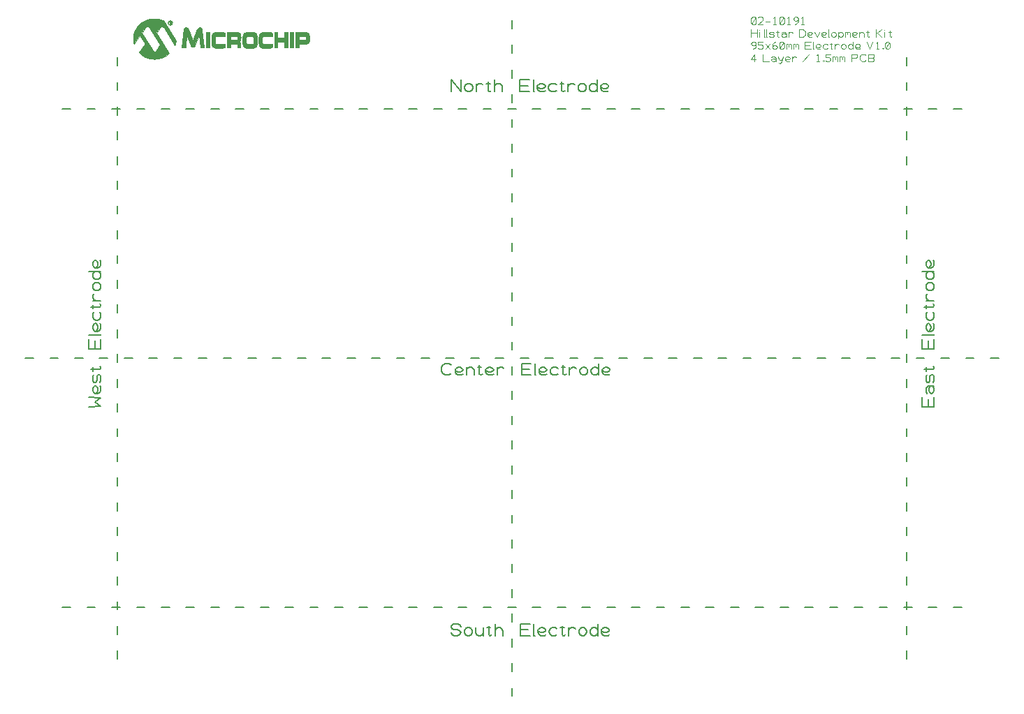
<source format=gbr>
G04 GENERATED BY PULSONIX 7.0 GERBER.DLL 4573*
%INHILLSTAR_95X60_4LAYER_EL_V1_0_2*%
%LNGERBER_SILKSCREEN_TOP*%
%FSLAX33Y33*%
%IPPOS*%
%LPD*%
%OFA0B0*%
%MOMM*%
%ADD15C,0.125*%
%ADD17C,0.200*%
%ADD1845C,0.010*%
X0Y0D02*
D02*
D15*
X159364Y169625D02*
X159511Y169552D01*
X159658*
X159805Y169625*
X159879Y169772*
Y170214*
X159805Y170361*
X159658Y170434*
X159511*
X159364Y170361*
X159291Y170214*
Y169772*
X159364Y169625*
X159805Y170361*
X160729Y169552D02*
X160141Y169552D01*
X160655Y170067*
X160729Y170214*
X160655Y170361*
X160508Y170434*
X160288*
X160141Y170361*
X160991Y169846D02*
X161579Y169846D01*
X161988Y169552D02*
X162282Y169552D01*
X162135D02*
X162135Y170434D01*
X161988Y170287*
X162764Y169625D02*
X162911Y169552D01*
X163058*
X163205Y169625*
X163279Y169772*
Y170214*
X163205Y170361*
X163058Y170434*
X162911*
X162764Y170361*
X162691Y170214*
Y169772*
X162764Y169625*
X163205Y170361*
X163688Y169552D02*
X163982Y169552D01*
X163835D02*
X163835Y170434D01*
X163688Y170287*
X164611Y169552D02*
X164758Y169625D01*
X164905Y169772*
X164979Y169993*
Y170214*
X164905Y170361*
X164758Y170434*
X164611*
X164464Y170361*
X164391Y170214*
X164464Y170067*
X164611Y169993*
X164758*
X164905Y170067*
X164979Y170214*
X165388Y169552D02*
X165682Y169552D01*
X165535D02*
X165535Y170434D01*
X165388Y170287*
X159291Y168052D02*
X159291Y168934D01*
Y168493D02*
X160026Y168493D01*
Y168052D02*
X160026Y168934D01*
X160303Y168052D02*
X160303Y168640D01*
Y168861D02*
X160304Y168862D01*
X160914Y168052D02*
X160841Y168052D01*
Y168934*
X161227Y168052D02*
X161153Y168052D01*
Y168934*
X161466Y168125D02*
X161613Y168052D01*
X161907*
X162054Y168125*
Y168272*
X161907Y168346*
X161613*
X161466Y168419*
Y168567*
X161613Y168640*
X161907*
X162054Y168567*
X162316Y168640D02*
X162610Y168640D01*
X162463Y168787D02*
X162463Y168125D01*
X162536Y168052*
X162610*
X162683Y168125*
X162941Y168567D02*
X163088Y168640D01*
X163308*
X163455Y168567*
X163529Y168419*
Y168199*
X163455Y168125*
X163308Y168052*
X163161*
X163014Y168125*
X162941Y168199*
Y168272*
X163014Y168346*
X163161Y168419*
X163308*
X163455Y168346*
X163529Y168272*
Y168199D02*
X163529Y168052D01*
X163791D02*
X163791Y168640D01*
Y168419D02*
X163864Y168567D01*
X164011Y168640*
X164158*
X164305Y168567*
X165103Y168052D02*
X165103Y168934D01*
X165544*
X165691Y168861*
X165765Y168787*
X165838Y168640*
Y168346*
X165765Y168199*
X165691Y168125*
X165544Y168052*
X165103*
X166704Y168125D02*
X166630Y168052D01*
X166483*
X166336*
X166189Y168125*
X166116Y168272*
Y168493*
X166189Y168567*
X166336Y168640*
X166483*
X166630Y168567*
X166704Y168493*
Y168419*
X166630Y168346*
X166483Y168272*
X166336*
X166189Y168346*
X166116Y168419*
X166966Y168640D02*
X167260Y168052D01*
X167554Y168640*
X168404Y168125D02*
X168330Y168052D01*
X168183*
X168036*
X167889Y168125*
X167816Y168272*
Y168493*
X167889Y168567*
X168036Y168640*
X168183*
X168330Y168567*
X168404Y168493*
Y168419*
X168330Y168346*
X168183Y168272*
X168036*
X167889Y168346*
X167816Y168419*
X168739Y168052D02*
X168666Y168052D01*
Y168934*
X168978Y168272D02*
X169052Y168125D01*
X169199Y168052*
X169346*
X169493Y168125*
X169566Y168272*
Y168419*
X169493Y168567*
X169346Y168640*
X169199*
X169052Y168567*
X168978Y168419*
Y168272*
X169828Y168640D02*
X169828Y167831D01*
Y168272D02*
X169902Y168125D01*
X170049Y168052*
X170196*
X170343Y168125*
X170416Y168272*
Y168419*
X170343Y168567*
X170196Y168640*
X170049*
X169902Y168567*
X169828Y168419*
Y168272*
X170678Y168052D02*
X170678Y168640D01*
Y168567D02*
X170752Y168640D01*
X170899*
X170972Y168567*
Y168346*
Y168567D02*
X171046Y168640D01*
X171193*
X171266Y168567*
Y168052*
X172116Y168125D02*
X172043Y168052D01*
X171896*
X171749*
X171602Y168125*
X171528Y168272*
Y168493*
X171602Y168567*
X171749Y168640*
X171896*
X172043Y168567*
X172116Y168493*
Y168419*
X172043Y168346*
X171896Y168272*
X171749*
X171602Y168346*
X171528Y168419*
X172378Y168052D02*
X172378Y168640D01*
Y168419D02*
X172452Y168567D01*
X172599Y168640*
X172746*
X172893Y168567*
X172966Y168419*
Y168052*
X173228Y168640D02*
X173522Y168640D01*
X173375Y168787D02*
X173375Y168125D01*
X173449Y168052*
X173522*
X173596Y168125*
X174391Y168052D02*
X174391Y168934D01*
Y168493D02*
X174611Y168493D01*
X175126Y168934*
X174611Y168493D02*
X175126Y168052D01*
X175403D02*
X175403Y168640D01*
Y168861D02*
X175404Y168862D01*
X175941Y168640D02*
X176235Y168640D01*
X176088Y168787D02*
X176088Y168125D01*
X176161Y168052*
X176235*
X176308Y168125*
X159511Y166552D02*
X159658Y166625D01*
X159805Y166772*
X159879Y166993*
Y167214*
X159805Y167361*
X159658Y167434*
X159511*
X159364Y167361*
X159291Y167214*
X159364Y167067*
X159511Y166993*
X159658*
X159805Y167067*
X159879Y167214*
X160141Y166625D02*
X160288Y166552D01*
X160508*
X160655Y166625*
X160729Y166772*
Y166846*
X160655Y166993*
X160508Y167067*
X160141*
Y167434*
X160729*
X160991Y166552D02*
X161579Y167140D01*
Y166552D02*
X160991Y167140D01*
X161841Y166772D02*
X161914Y166919D01*
X162061Y166993*
X162208*
X162355Y166919*
X162429Y166772*
X162355Y166625*
X162208Y166552*
X162061*
X161914Y166625*
X161841Y166772*
Y166993*
X161914Y167214*
X162061Y167361*
X162208Y167434*
X162764Y166625D02*
X162911Y166552D01*
X163058*
X163205Y166625*
X163279Y166772*
Y167214*
X163205Y167361*
X163058Y167434*
X162911*
X162764Y167361*
X162691Y167214*
Y166772*
X162764Y166625*
X163205Y167361*
X163541Y166552D02*
X163541Y167140D01*
Y167067D02*
X163614Y167140D01*
X163761*
X163835Y167067*
Y166846*
Y167067D02*
X163908Y167140D01*
X164055*
X164129Y167067*
Y166552*
X164391D02*
X164391Y167140D01*
Y167067D02*
X164464Y167140D01*
X164611*
X164685Y167067*
Y166846*
Y167067D02*
X164758Y167140D01*
X164905*
X164979Y167067*
Y166552*
X165778D02*
X165778Y167434D01*
X166513*
X166366Y166993D02*
X165778Y166993D01*
Y166552D02*
X166513Y166552D01*
X166864D02*
X166791Y166552D01*
Y167434*
X167691Y166625D02*
X167618Y166552D01*
X167471*
X167324*
X167177Y166625*
X167103Y166772*
Y166993*
X167177Y167067*
X167324Y167140*
X167471*
X167618Y167067*
X167691Y166993*
Y166919*
X167618Y166846*
X167471Y166772*
X167324*
X167177Y166846*
X167103Y166919*
X168541Y167067D02*
X168394Y167140D01*
X168174*
X168027Y167067*
X167953Y166919*
Y166772*
X168027Y166625*
X168174Y166552*
X168394*
X168541Y166625*
X168803Y167140D02*
X169097Y167140D01*
X168950Y167287D02*
X168950Y166625D01*
X169024Y166552*
X169097*
X169171Y166625*
X169428Y166552D02*
X169428Y167140D01*
Y166919D02*
X169502Y167067D01*
X169649Y167140*
X169796*
X169943Y167067*
X170203Y166772D02*
X170277Y166625D01*
X170424Y166552*
X170571*
X170718Y166625*
X170791Y166772*
Y166919*
X170718Y167067*
X170571Y167140*
X170424*
X170277Y167067*
X170203Y166919*
Y166772*
X171641Y166919D02*
X171568Y167067D01*
X171421Y167140*
X171274*
X171127Y167067*
X171053Y166919*
Y166772*
X171127Y166625*
X171274Y166552*
X171421*
X171568Y166625*
X171641Y166772*
Y166552D02*
X171641Y167434D01*
X172491Y166625D02*
X172418Y166552D01*
X172271*
X172124*
X171977Y166625*
X171903Y166772*
Y166993*
X171977Y167067*
X172124Y167140*
X172271*
X172418Y167067*
X172491Y166993*
Y166919*
X172418Y166846*
X172271Y166772*
X172124*
X171977Y166846*
X171903Y166919*
X173291Y167434D02*
X173658Y166552D01*
X174026Y167434*
X174450Y166552D02*
X174744Y166552D01*
X174597D02*
X174597Y167434D01*
X174450Y167287*
X175227Y166552D02*
X175300Y166625D01*
X175227Y166699*
X175153Y166625*
X175227Y166552*
X175614Y166625D02*
X175761Y166552D01*
X175908*
X176055Y166625*
X176129Y166772*
Y167214*
X176055Y167361*
X175908Y167434*
X175761*
X175614Y167361*
X175541Y167214*
Y166772*
X175614Y166625*
X176055Y167361*
X159658Y165052D02*
X159658Y165934D01*
X159291Y165346*
X159879*
X160678Y165934D02*
X160678Y165052D01*
X161413*
X161691Y165567D02*
X161838Y165640D01*
X162058*
X162205Y165567*
X162279Y165419*
Y165199*
X162205Y165125*
X162058Y165052*
X161911*
X161764Y165125*
X161691Y165199*
Y165272*
X161764Y165346*
X161911Y165419*
X162058*
X162205Y165346*
X162279Y165272*
Y165199D02*
X162279Y165052D01*
X162541Y165640D02*
X162614Y165346D01*
X162761Y165199*
X162908*
X163055Y165346*
X163129Y165640*
X163055Y165346D02*
X162982Y165052D01*
X162908Y164905*
X162761Y164831*
X162614Y164905*
X163979Y165125D02*
X163905Y165052D01*
X163758*
X163611*
X163464Y165125*
X163391Y165272*
Y165493*
X163464Y165567*
X163611Y165640*
X163758*
X163905Y165567*
X163979Y165493*
Y165419*
X163905Y165346*
X163758Y165272*
X163611*
X163464Y165346*
X163391Y165419*
X164241Y165052D02*
X164241Y165640D01*
Y165419D02*
X164314Y165567D01*
X164461Y165640*
X164608*
X164755Y165567*
X165553Y165052D02*
X166288Y165934D01*
X167250Y165052D02*
X167544Y165052D01*
X167397D02*
X167397Y165934D01*
X167250Y165787*
X168027Y165052D02*
X168100Y165125D01*
X168027Y165199*
X167953Y165125*
X168027Y165052*
X168341Y165125D02*
X168488Y165052D01*
X168708*
X168855Y165125*
X168929Y165272*
Y165346*
X168855Y165493*
X168708Y165567*
X168341*
Y165934*
X168929*
X169191Y165052D02*
X169191Y165640D01*
Y165567D02*
X169264Y165640D01*
X169411*
X169485Y165567*
Y165346*
Y165567D02*
X169558Y165640D01*
X169705*
X169779Y165567*
Y165052*
X170041D02*
X170041Y165640D01*
Y165567D02*
X170114Y165640D01*
X170261*
X170335Y165567*
Y165346*
Y165567D02*
X170408Y165640D01*
X170555*
X170629Y165567*
Y165052*
X171428D02*
X171428Y165934D01*
X171943*
X172090Y165861*
X172163Y165714*
X172090Y165567*
X171943Y165493*
X171428*
X173176Y165199D02*
X173102Y165125D01*
X172955Y165052*
X172735*
X172588Y165125*
X172514Y165199*
X172441Y165346*
Y165640*
X172514Y165787*
X172588Y165861*
X172735Y165934*
X172955*
X173102Y165861*
X173176Y165787*
X173968Y165493D02*
X174115Y165419D01*
X174188Y165272*
X174115Y165125*
X173968Y165052*
X173453*
Y165934*
X173968*
X174115Y165861*
X174188Y165714*
X174115Y165567*
X173968Y165493*
X173453*
D02*
D17*
X71291Y129056D02*
X72291D01*
X74291D02*
X75291D01*
X77291D02*
X78291D01*
X80291D02*
X81291D01*
X83291D02*
X84291D01*
X86291D02*
X87291D01*
X89291D02*
X90291D01*
X92291D02*
X93291D01*
X95291D02*
X96291D01*
X98291D02*
X99291D01*
X101291D02*
X102291D01*
X104291D02*
X105291D01*
X107291D02*
X108291D01*
X110291D02*
X111291D01*
X113291D02*
X114291D01*
X116291D02*
X117291D01*
X119291D02*
X120291D01*
X122291D02*
X123291D01*
X125291D02*
X126291D01*
X128291D02*
X129291D01*
X131291D02*
X132291D01*
X134291D02*
X135291D01*
X137291D02*
X138291D01*
X140291D02*
X141291D01*
X143291D02*
X144291D01*
X146291D02*
X147291D01*
X149291D02*
X150291D01*
X152291D02*
X153291D01*
X155291D02*
X156291D01*
X158291D02*
X159291D01*
X161291D02*
X162291D01*
X164291D02*
X165291D01*
X167291D02*
X168291D01*
X170291D02*
X171291D01*
X173291D02*
X174291D01*
X176291D02*
X177291D01*
X179291D02*
X180291D01*
X182291D02*
X183291D01*
X185291D02*
X186291D01*
X188291D02*
X189291D01*
X75791Y98821D02*
X76791D01*
X78791D02*
X79791D01*
X81791D02*
X82791D01*
X84791D02*
X85791D01*
X87791D02*
X88791D01*
X90791D02*
X91791D01*
X93791D02*
X94791D01*
X96791D02*
X97791D01*
X99791D02*
X100791D01*
X102791D02*
X103791D01*
X105791D02*
X106791D01*
X108791D02*
X109791D01*
X111791D02*
X112791D01*
X114791D02*
X115791D01*
X117791D02*
X118791D01*
X120791D02*
X121791D01*
X123791D02*
X124791D01*
X126791D02*
X127791D01*
X129791D02*
X130791D01*
X132791D02*
X133791D01*
X135791D02*
X136791D01*
X138791D02*
X139791D01*
X141791D02*
X142791D01*
X144791D02*
X145791D01*
X147791D02*
X148791D01*
X150791D02*
X151791D01*
X153791D02*
X154791D01*
X156791D02*
X157791D01*
X159791D02*
X160791D01*
X162791D02*
X163791D01*
X165791D02*
X166791D01*
X168791D02*
X169791D01*
X171791D02*
X172791D01*
X174791D02*
X175791D01*
X177791D02*
X178791D01*
X180791D02*
X181791D01*
X183791D02*
X184791D01*
X75791Y159291D02*
X76791D01*
X78791D02*
X79791D01*
X81791D02*
X82791D01*
X84791D02*
X85791D01*
X87791D02*
X88791D01*
X90791D02*
X91791D01*
X93791D02*
X94791D01*
X96791D02*
X97791D01*
X99791D02*
X100791D01*
X102791D02*
X103791D01*
X105791D02*
X106791D01*
X108791D02*
X109791D01*
X111791D02*
X112791D01*
X114791D02*
X115791D01*
X117791D02*
X118791D01*
X120791D02*
X121791D01*
X123791D02*
X124791D01*
X126791D02*
X127791D01*
X129791D02*
X130791D01*
X132791D02*
X133791D01*
X135791D02*
X136791D01*
X138791D02*
X139791D01*
X141791D02*
X142791D01*
X144791D02*
X145791D01*
X147791D02*
X148791D01*
X150791D02*
X151791D01*
X153791D02*
X154791D01*
X156791D02*
X157791D01*
X159791D02*
X160791D01*
X162791D02*
X163791D01*
X165791D02*
X166791D01*
X168791D02*
X169791D01*
X171791D02*
X172791D01*
X174791D02*
X175791D01*
X177791D02*
X178791D01*
X180791D02*
X181791D01*
X183791D02*
X184791D01*
X79026Y123146D02*
X80438Y123264D01*
X79732Y123734*
X80438Y124205*
X79026Y124323*
X80320Y125707D02*
X80438Y125590D01*
Y125354*
Y125119*
X80320Y124884*
X80085Y124766*
X79732*
X79614Y124884*
X79497Y125119*
Y125354*
X79614Y125590*
X79732Y125707*
X79849*
X79967Y125590*
X80085Y125354*
Y125119*
X79967Y124884*
X79849Y124766*
X80320Y126126D02*
X80438Y126362D01*
Y126832*
X80320Y127067*
X80085*
X79967Y126832*
Y126362*
X79849Y126126*
X79614*
X79497Y126362*
Y126832*
X79614Y127067*
X79497Y127486D02*
X79497Y127957D01*
X79261Y127722D02*
X80320Y127722D01*
X80438Y127839*
Y127957*
X80320Y128074*
X80438Y130206D02*
X79026Y130206D01*
Y131383*
X79732Y131147D02*
X79732Y130206D01*
X80438D02*
X80438Y131383D01*
Y131944D02*
X80438Y131826D01*
X79026*
X80320Y133267D02*
X80438Y133150D01*
Y132914*
Y132679*
X80320Y132444*
X80085Y132326*
X79732*
X79614Y132444*
X79497Y132679*
Y132914*
X79614Y133150*
X79732Y133267*
X79849*
X79967Y133150*
X80085Y132914*
Y132679*
X79967Y132444*
X79849Y132326*
X79614Y134627D02*
X79497Y134392D01*
Y134039*
X79614Y133804*
X79849Y133686*
X80085*
X80320Y133804*
X80438Y134039*
Y134392*
X80320Y134627*
X79497Y135046D02*
X79497Y135517D01*
X79261Y135282D02*
X80320Y135282D01*
X80438Y135399*
Y135517*
X80320Y135634*
X80438Y136046D02*
X79497Y136046D01*
X79849D02*
X79614Y136164D01*
X79497Y136399*
Y136634*
X79614Y136870*
X80085Y137286D02*
X80320Y137404D01*
X80438Y137639*
Y137874*
X80320Y138110*
X80085Y138227*
X79849*
X79614Y138110*
X79497Y137874*
Y137639*
X79614Y137404*
X79849Y137286*
X80085*
X79849Y139587D02*
X79614Y139470D01*
X79497Y139234*
Y138999*
X79614Y138764*
X79849Y138646*
X80085*
X80320Y138764*
X80438Y138999*
Y139234*
X80320Y139470*
X80085Y139587*
X80438D02*
X79026Y139587D01*
X80320Y140947D02*
X80438Y140830D01*
Y140594*
Y140359*
X80320Y140124*
X80085Y140006*
X79732*
X79614Y140124*
X79497Y140359*
Y140594*
X79614Y140830*
X79732Y140947*
X79849*
X79967Y140830*
X80085Y140594*
Y140359*
X79967Y140124*
X79849Y140006*
X82441Y92556D02*
Y93556D01*
Y95556D02*
Y96556D01*
Y98556D02*
Y99556D01*
Y101556D02*
Y102556D01*
Y104556D02*
Y105556D01*
Y107556D02*
Y108556D01*
Y110556D02*
Y111556D01*
Y113556D02*
Y114556D01*
Y116556D02*
Y117556D01*
Y119556D02*
Y120556D01*
Y122556D02*
Y123556D01*
Y125556D02*
Y126556D01*
Y128556D02*
Y129556D01*
Y131556D02*
Y132556D01*
Y134556D02*
Y135556D01*
Y137556D02*
Y138556D01*
Y140556D02*
Y141556D01*
Y143556D02*
Y144556D01*
Y146556D02*
Y147556D01*
Y149556D02*
Y150556D01*
Y152556D02*
Y153556D01*
Y155556D02*
Y156556D01*
Y158556D02*
Y159556D01*
Y161556D02*
Y162556D01*
Y164556D02*
Y165556D01*
X130291Y88056D02*
Y89056D01*
Y91056D02*
Y92056D01*
Y94056D02*
Y95056D01*
Y97056D02*
Y98056D01*
Y100056D02*
Y101056D01*
Y103056D02*
Y104056D01*
Y106056D02*
Y107056D01*
Y109056D02*
Y110056D01*
Y112056D02*
Y113056D01*
Y115056D02*
Y116056D01*
Y118056D02*
Y119056D01*
Y121056D02*
Y122056D01*
Y124056D02*
Y125056D01*
Y127056D02*
Y128056D01*
Y130056D02*
Y131056D01*
Y133056D02*
Y134056D01*
Y136056D02*
Y137056D01*
Y139056D02*
Y140056D01*
Y142056D02*
Y143056D01*
Y145056D02*
Y146056D01*
Y148056D02*
Y149056D01*
Y151056D02*
Y152056D01*
Y154056D02*
Y155056D01*
Y157056D02*
Y158056D01*
Y160056D02*
Y161056D01*
Y163056D02*
Y164056D01*
Y166056D02*
Y167056D01*
Y169056D02*
Y170056D01*
X122957Y127244D02*
X122839Y127127D01*
X122604Y127009*
X122251*
X122016Y127127*
X121898Y127244*
X121781Y127480*
Y127950*
X121898Y128186*
X122016Y128303*
X122251Y128421*
X122604*
X122839Y128303*
X122957Y128186*
X124342Y127127D02*
X124224Y127009D01*
X123989*
X123754*
X123518Y127127*
X123401Y127362*
Y127715*
X123518Y127833*
X123754Y127950*
X123989*
X124224Y127833*
X124342Y127715*
Y127597*
X124224Y127480*
X123989Y127362*
X123754*
X123518Y127480*
X123401Y127597*
X124761Y127009D02*
X124761Y127950D01*
Y127597D02*
X124878Y127833D01*
X125114Y127950*
X125349*
X125584Y127833*
X125702Y127597*
Y127009*
X126121Y127950D02*
X126591Y127950D01*
X126356Y128186D02*
X126356Y127127D01*
X126474Y127009*
X126591*
X126709Y127127*
X128062D02*
X127944Y127009D01*
X127709*
X127474*
X127238Y127127*
X127121Y127362*
Y127715*
X127238Y127833*
X127474Y127950*
X127709*
X127944Y127833*
X128062Y127715*
Y127597*
X127944Y127480*
X127709Y127362*
X127474*
X127238Y127480*
X127121Y127597*
X128481Y127009D02*
X128481Y127950D01*
Y127597D02*
X128598Y127833D01*
X128834Y127950*
X129069*
X129304Y127833*
X131441Y127009D02*
X131441Y128421D01*
X132617*
X132382Y127715D02*
X131441Y127715D01*
Y127009D02*
X132617Y127009D01*
X133178D02*
X133061Y127009D01*
Y128421*
X134502Y127127D02*
X134384Y127009D01*
X134149*
X133914*
X133678Y127127*
X133561Y127362*
Y127715*
X133678Y127833*
X133914Y127950*
X134149*
X134384Y127833*
X134502Y127715*
Y127597*
X134384Y127480*
X134149Y127362*
X133914*
X133678Y127480*
X133561Y127597*
X135862Y127833D02*
X135627Y127950D01*
X135274*
X135038Y127833*
X134921Y127597*
Y127362*
X135038Y127127*
X135274Y127009*
X135627*
X135862Y127127*
X136281Y127950D02*
X136751Y127950D01*
X136516Y128186D02*
X136516Y127127D01*
X136634Y127009*
X136751*
X136869Y127127*
X137281Y127009D02*
X137281Y127950D01*
Y127597D02*
X137398Y127833D01*
X137634Y127950*
X137869*
X138104Y127833*
X138521Y127362D02*
X138638Y127127D01*
X138874Y127009*
X139109*
X139344Y127127*
X139462Y127362*
Y127597*
X139344Y127833*
X139109Y127950*
X138874*
X138638Y127833*
X138521Y127597*
Y127362*
X140822Y127597D02*
X140704Y127833D01*
X140469Y127950*
X140234*
X139998Y127833*
X139881Y127597*
Y127362*
X139998Y127127*
X140234Y127009*
X140469*
X140704Y127127*
X140822Y127362*
Y127009D02*
X140822Y128421D01*
X142182Y127127D02*
X142064Y127009D01*
X141829*
X141594*
X141358Y127127*
X141241Y127362*
Y127715*
X141358Y127833*
X141594Y127950*
X141829*
X142064Y127833*
X142182Y127715*
Y127597*
X142064Y127480*
X141829Y127362*
X141594*
X141358Y127480*
X141241Y127597*
X122901Y95762D02*
X123018Y95527D01*
X123254Y95409*
X123724*
X123959Y95527*
X124077Y95762*
X123959Y95997*
X123724Y96115*
X123254*
X123018Y96233*
X122901Y96468*
X123018Y96703*
X123254Y96821*
X123724*
X123959Y96703*
X124077Y96468*
X124521Y95762D02*
X124638Y95527D01*
X124874Y95409*
X125109*
X125344Y95527*
X125462Y95762*
Y95997*
X125344Y96233*
X125109Y96350*
X124874*
X124638Y96233*
X124521Y95997*
Y95762*
X125881Y96350D02*
X125881Y95762D01*
X125998Y95527*
X126234Y95409*
X126469*
X126704Y95527*
X126822Y95762*
Y96350D02*
X126822Y95409D01*
X127241Y96350D02*
X127711Y96350D01*
X127476Y96586D02*
X127476Y95527D01*
X127594Y95409*
X127711*
X127829Y95527*
X128241Y95409D02*
X128241Y96821D01*
Y95997D02*
X128358Y96233D01*
X128594Y96350*
X128829*
X129064Y96233*
X129182Y95997*
Y95409*
X131321D02*
X131321Y96821D01*
X132497*
X132262Y96115D02*
X131321Y96115D01*
Y95409D02*
X132497Y95409D01*
X133058D02*
X132941Y95409D01*
Y96821*
X134382Y95527D02*
X134264Y95409D01*
X134029*
X133794*
X133558Y95527*
X133441Y95762*
Y96115*
X133558Y96233*
X133794Y96350*
X134029*
X134264Y96233*
X134382Y96115*
Y95997*
X134264Y95880*
X134029Y95762*
X133794*
X133558Y95880*
X133441Y95997*
X135742Y96233D02*
X135507Y96350D01*
X135154*
X134918Y96233*
X134801Y95997*
Y95762*
X134918Y95527*
X135154Y95409*
X135507*
X135742Y95527*
X136161Y96350D02*
X136631Y96350D01*
X136396Y96586D02*
X136396Y95527D01*
X136514Y95409*
X136631*
X136749Y95527*
X137161Y95409D02*
X137161Y96350D01*
Y95997D02*
X137278Y96233D01*
X137514Y96350*
X137749*
X137984Y96233*
X138401Y95762D02*
X138518Y95527D01*
X138754Y95409*
X138989*
X139224Y95527*
X139342Y95762*
Y95997*
X139224Y96233*
X138989Y96350*
X138754*
X138518Y96233*
X138401Y95997*
Y95762*
X140702Y95997D02*
X140584Y96233D01*
X140349Y96350*
X140114*
X139878Y96233*
X139761Y95997*
Y95762*
X139878Y95527*
X140114Y95409*
X140349*
X140584Y95527*
X140702Y95762*
Y95409D02*
X140702Y96821D01*
X142062Y95527D02*
X141944Y95409D01*
X141709*
X141474*
X141238Y95527*
X141121Y95762*
Y96115*
X141238Y96233*
X141474Y96350*
X141709*
X141944Y96233*
X142062Y96115*
Y95997*
X141944Y95880*
X141709Y95762*
X141474*
X141238Y95880*
X141121Y95997*
X122961Y161409D02*
X122961Y162821D01*
X124137Y161409*
Y162821*
X124581Y161762D02*
X124698Y161527D01*
X124934Y161409*
X125169*
X125404Y161527*
X125522Y161762*
Y161997*
X125404Y162233*
X125169Y162350*
X124934*
X124698Y162233*
X124581Y161997*
Y161762*
X125941Y161409D02*
X125941Y162350D01*
Y161997D02*
X126058Y162233D01*
X126294Y162350*
X126529*
X126764Y162233*
X127181Y162350D02*
X127651Y162350D01*
X127416Y162586D02*
X127416Y161527D01*
X127534Y161409*
X127651*
X127769Y161527*
X128181Y161409D02*
X128181Y162821D01*
Y161997D02*
X128298Y162233D01*
X128534Y162350*
X128769*
X129004Y162233*
X129122Y161997*
Y161409*
X131261D02*
X131261Y162821D01*
X132437*
X132202Y162115D02*
X131261Y162115D01*
Y161409D02*
X132437Y161409D01*
X132998D02*
X132881Y161409D01*
Y162821*
X134322Y161527D02*
X134204Y161409D01*
X133969*
X133734*
X133498Y161527*
X133381Y161762*
Y162115*
X133498Y162233*
X133734Y162350*
X133969*
X134204Y162233*
X134322Y162115*
Y161997*
X134204Y161880*
X133969Y161762*
X133734*
X133498Y161880*
X133381Y161997*
X135682Y162233D02*
X135447Y162350D01*
X135094*
X134858Y162233*
X134741Y161997*
Y161762*
X134858Y161527*
X135094Y161409*
X135447*
X135682Y161527*
X136101Y162350D02*
X136571Y162350D01*
X136336Y162586D02*
X136336Y161527D01*
X136454Y161409*
X136571*
X136689Y161527*
X137101Y161409D02*
X137101Y162350D01*
Y161997D02*
X137218Y162233D01*
X137454Y162350*
X137689*
X137924Y162233*
X138341Y161762D02*
X138458Y161527D01*
X138694Y161409*
X138929*
X139164Y161527*
X139282Y161762*
Y161997*
X139164Y162233*
X138929Y162350*
X138694*
X138458Y162233*
X138341Y161997*
Y161762*
X140642Y161997D02*
X140524Y162233D01*
X140289Y162350*
X140054*
X139818Y162233*
X139701Y161997*
Y161762*
X139818Y161527*
X140054Y161409*
X140289*
X140524Y161527*
X140642Y161762*
Y161409D02*
X140642Y162821D01*
X142002Y161527D02*
X141884Y161409D01*
X141649*
X141414*
X141178Y161527*
X141061Y161762*
Y162115*
X141178Y162233*
X141414Y162350*
X141649*
X141884Y162233*
X142002Y162115*
Y161997*
X141884Y161880*
X141649Y161762*
X141414*
X141178Y161880*
X141061Y161997*
X178141Y92556D02*
Y93556D01*
Y95556D02*
Y96556D01*
Y98556D02*
Y99556D01*
Y101556D02*
Y102556D01*
Y104556D02*
Y105556D01*
Y107556D02*
Y108556D01*
Y110556D02*
Y111556D01*
Y113556D02*
Y114556D01*
Y116556D02*
Y117556D01*
Y119556D02*
Y120556D01*
Y122556D02*
Y123556D01*
Y125556D02*
Y126556D01*
Y128556D02*
Y129556D01*
Y131556D02*
Y132556D01*
Y134556D02*
Y135556D01*
Y137556D02*
Y138556D01*
Y140556D02*
Y141556D01*
Y143556D02*
Y144556D01*
Y146556D02*
Y147556D01*
Y149556D02*
Y150556D01*
Y152556D02*
Y153556D01*
Y155556D02*
Y156556D01*
Y158556D02*
Y159556D01*
Y161556D02*
Y162556D01*
Y164556D02*
Y165556D01*
X181438Y123146D02*
X180026Y123146D01*
Y124323*
X180732Y124087D02*
X180732Y123146D01*
X181438D02*
X181438Y124323D01*
X180614Y124766D02*
X180497Y125002D01*
Y125354*
X180614Y125590*
X180849Y125707*
X181202*
X181320Y125590*
X181438Y125354*
Y125119*
X181320Y124884*
X181202Y124766*
X181085*
X180967Y124884*
X180849Y125119*
Y125354*
X180967Y125590*
X181085Y125707*
X181202D02*
X181438Y125707D01*
X181320Y126126D02*
X181438Y126362D01*
Y126832*
X181320Y127067*
X181085*
X180967Y126832*
Y126362*
X180849Y126126*
X180614*
X180497Y126362*
Y126832*
X180614Y127067*
X180497Y127486D02*
X180497Y127957D01*
X180261Y127722D02*
X181320Y127722D01*
X181438Y127839*
Y127957*
X181320Y128074*
X181438Y130206D02*
X180026Y130206D01*
Y131383*
X180732Y131147D02*
X180732Y130206D01*
X181438D02*
X181438Y131383D01*
Y131944D02*
X181438Y131826D01*
X180026*
X181320Y133267D02*
X181438Y133150D01*
Y132914*
Y132679*
X181320Y132444*
X181085Y132326*
X180732*
X180614Y132444*
X180497Y132679*
Y132914*
X180614Y133150*
X180732Y133267*
X180849*
X180967Y133150*
X181085Y132914*
Y132679*
X180967Y132444*
X180849Y132326*
X180614Y134627D02*
X180497Y134392D01*
Y134039*
X180614Y133804*
X180849Y133686*
X181085*
X181320Y133804*
X181438Y134039*
Y134392*
X181320Y134627*
X180497Y135046D02*
X180497Y135517D01*
X180261Y135282D02*
X181320Y135282D01*
X181438Y135399*
Y135517*
X181320Y135634*
X181438Y136046D02*
X180497Y136046D01*
X180849D02*
X180614Y136164D01*
X180497Y136399*
Y136634*
X180614Y136870*
X181085Y137286D02*
X181320Y137404D01*
X181438Y137639*
Y137874*
X181320Y138110*
X181085Y138227*
X180849*
X180614Y138110*
X180497Y137874*
Y137639*
X180614Y137404*
X180849Y137286*
X181085*
X180849Y139587D02*
X180614Y139470D01*
X180497Y139234*
Y138999*
X180614Y138764*
X180849Y138646*
X181085*
X181320Y138764*
X181438Y138999*
Y139234*
X181320Y139470*
X181085Y139587*
X181438D02*
X180026Y139587D01*
X181320Y140947D02*
X181438Y140830D01*
Y140594*
Y140359*
X181320Y140124*
X181085Y140006*
X180732*
X180614Y140124*
X180497Y140359*
Y140594*
X180614Y140830*
X180732Y140947*
X180849*
X180967Y140830*
X181085Y140594*
Y140359*
X180967Y140124*
X180849Y140006*
D02*
D1845*
X88880Y169999D02*
G75*
G03Y169433J-283D01*
G01*
G75*
G03Y169999J283*
G01*
X88879Y169952D02*
G75*
G03Y169480J-236D01*
G01*
G75*
G03Y169952J236*
G01*
X88597Y169716D02*
G36*
G75*
G03X88880Y169433I283D01*
G01*
G75*
G03X89163Y169716J283*
G01*
X89115*
G75*
G02X88879Y169480I-236*
G01*
G75*
G02X88643Y169716J236*
G01*
X88597*
G37*
X88643D02*
G36*
G75*
G02X88879Y169952I236D01*
G01*
G75*
G02X89115Y169716J-236*
G01*
X89163*
G75*
G03X88880Y169999I-283*
G01*
G75*
G03X88597Y169716J-283*
G01*
X88643*
G37*
X89011Y169561D02*
X88921Y169701D01*
X88961Y169711*
X88986Y169726*
X89001Y169756*
X89006Y169791*
X89001Y169826*
X88981Y169856*
X88946Y169871*
X88896Y169876*
X88771*
Y169561*
X88816*
Y169696*
X88876*
X88956Y169561*
X89011*
X88951Y169791D02*
X88946Y169771D01*
X88931Y169756*
X88911Y169741*
X88876Y169736*
X88816*
Y169841*
X88886*
X88916Y169836*
X88936Y169826*
X88951Y169811*
Y169791*
X88771Y169789D02*
G36*
Y169561D01*
X88816*
Y169696*
X88876*
X88956Y169561*
X89011*
X88921Y169701*
X88961Y169711*
X88986Y169726*
X89001Y169756*
X89006Y169789*
X88951*
X88946Y169771*
X88931Y169756*
X88911Y169741*
X88876Y169736*
X88816*
Y169789*
X88771*
G37*
X88816D02*
G36*
Y169841D01*
X88886*
X88916Y169836*
X88936Y169826*
X88951Y169811*
Y169791*
X88951Y169789*
X89006*
X89006Y169791*
X89001Y169826*
X88981Y169856*
X88946Y169871*
X88896Y169876*
X88771*
Y169789*
X88816*
G37*
X89561Y167606D02*
X89551Y167516D01*
X89541Y167436*
X89526Y167371*
X89516Y167321*
X89501Y167271*
X89481Y167206*
X89456Y167126*
X89426Y167031*
X88091Y169131*
X88061Y169171*
X88031Y169206*
X88001Y169236*
X87971Y169261*
X87911Y169291*
X87876Y169296*
X87846Y169301*
X87786Y169286*
X87731Y169256*
X87676Y169211*
X87621Y169141*
X87181Y168521*
X88746Y166041*
X88546Y165881*
X88441Y165806*
X88231Y165676*
X88121Y165621*
X88011Y165571*
X87781Y165481*
X87661Y165446*
X87541Y165416*
X87421Y165396*
X87296Y165376*
X87171Y165361*
X86911Y165351*
X86776Y165356*
X86646Y165361*
X86516Y165381*
X86391Y165401*
X86266Y165426*
X86146Y165461*
X86026Y165501*
X85906Y165551*
X85791Y165601*
X85681Y165661*
X85571Y165726*
X85461Y165796*
X85356Y165876*
X85251Y165961*
X85151Y166051*
X85051Y166146*
X85731Y167081*
X85751Y167121*
X85766Y167161*
X85776Y167251*
X85766Y167281*
X85751Y167321*
X85726Y167366*
X85696Y167421*
X85196Y168206*
X84461Y167171*
X84421Y167331*
X84391Y167496*
X84376Y167671*
X84371Y167846*
X84381Y168086*
X84396Y168201*
X84416Y168316*
X84441Y168426*
X84471Y168536*
X84511Y168646*
X84551Y168751*
X84601Y168851*
X84651Y168956*
X84711Y169051*
X84776Y169151*
X84846Y169246*
X84921Y169336*
X85091Y169516*
X85191Y169606*
X85291Y169691*
X85391Y169766*
X85496Y169841*
X85606Y169906*
X85721Y169966*
X85831Y170021*
X85951Y170071*
X86071Y170116*
X86196Y170151*
X86321Y170181*
X86451Y170211*
X86581Y170231*
X86716Y170246*
X86996Y170256*
X87116Y170251*
X87241Y170241*
X87366Y170221*
X87496Y170196*
X87626Y170161*
X87761Y170121*
X87896Y170071*
X88031Y170016*
X89561Y167606*
X87657Y167055D02*
X86337Y169140D01*
X86312Y169180*
X86282Y169215*
X86257Y169245*
X86197Y169285*
X86162Y169300*
X86132Y169305*
X86097Y169310*
X86042Y169300*
X85982Y169270*
X85927Y169220*
X85867Y169150*
X85427Y168530*
X86757Y166445*
X86787Y166400*
X86817Y166360*
X86842Y166325*
X86867Y166300*
X86892Y166280*
X86917Y166265*
X86942Y166255*
X86962Y166250*
X87032Y166260*
X87092Y166285*
X87147Y166330*
X87197Y166390*
X87657Y167055*
X85468Y167780D02*
G36*
X85696Y167421D01*
X85726Y167366*
X85751Y167321*
X85766Y167281*
X85776Y167251*
X85766Y167161*
X85751Y167121*
X85731Y167081*
X85051Y166146*
X85151Y166051*
X85251Y165961*
X85356Y165876*
X85461Y165796*
X85571Y165726*
X85681Y165661*
X85791Y165601*
X85906Y165551*
X86026Y165501*
X86146Y165461*
X86266Y165426*
X86391Y165401*
X86516Y165381*
X86646Y165361*
X86776Y165356*
X86911Y165351*
X87171Y165361*
X87296Y165376*
X87421Y165396*
X87541Y165416*
X87661Y165446*
X87781Y165481*
X88011Y165571*
X88121Y165621*
X88231Y165676*
X88441Y165806*
X88546Y165881*
X88746Y166041*
X87649Y167780*
X87198*
X87657Y167055*
X87197Y166390*
X87147Y166330*
X87092Y166285*
X87032Y166260*
X86962Y166250*
X86942Y166255*
X86917Y166265*
X86892Y166280*
X86867Y166300*
X86842Y166325*
X86817Y166360*
X86787Y166400*
X86757Y166445*
X85906Y167780*
X85468*
G37*
X85906D02*
G36*
X85427Y168530D01*
X85867Y169150*
X85927Y169220*
X85982Y169270*
X86042Y169300*
X86097Y169310*
X86132Y169305*
X86162Y169300*
X86197Y169285*
X86257Y169245*
X86282Y169215*
X86312Y169180*
X86337Y169140*
X87198Y167780*
X87649*
X87181Y168521*
X87621Y169141*
X87676Y169211*
X87731Y169256*
X87786Y169286*
X87846Y169301*
X87876Y169296*
X87911Y169291*
X87971Y169261*
X88001Y169236*
X88031Y169206*
X88061Y169171*
X88091Y169131*
X89426Y167031*
X89456Y167126*
X89481Y167206*
X89501Y167271*
X89516Y167321*
X89526Y167371*
X89541Y167436*
X89551Y167516*
X89561Y167606*
X88031Y170016*
X87896Y170071*
X87761Y170121*
X87626Y170161*
X87496Y170196*
X87366Y170221*
X87241Y170241*
X87116Y170251*
X86996Y170256*
X86716Y170246*
X86581Y170231*
X86451Y170211*
X86321Y170181*
X86196Y170151*
X86071Y170116*
X85951Y170071*
X85831Y170021*
X85721Y169966*
X85606Y169906*
X85496Y169841*
X85391Y169766*
X85291Y169691*
X85191Y169606*
X85091Y169516*
X84921Y169336*
X84846Y169246*
X84776Y169151*
X84711Y169051*
X84651Y168956*
X84601Y168851*
X84551Y168751*
X84511Y168646*
X84471Y168536*
X84441Y168426*
X84416Y168316*
X84396Y168201*
X84381Y168086*
X84371Y167846*
X84376Y167671*
X84391Y167496*
X84421Y167331*
X84461Y167171*
X85196Y168206*
X85468Y167780*
X85906*
G37*
X92966Y166716D02*
X92511D01*
X92381Y168286*
X92376*
X91896Y167031*
X91871Y166981*
X91846Y166941*
X91816Y166901*
X91781Y166871*
X91746Y166846*
X91706Y166831*
X91661Y166821*
X91611Y166816*
X91561Y166821*
X91516Y166831*
X91476Y166846*
X91441Y166871*
X91406Y166901*
X91376Y166941*
X91351Y166981*
X91326Y167031*
X90856Y168266*
X90851*
X90716Y166716*
X90251*
X90486Y168921*
X90496Y168971*
X90516Y169016*
X90541Y169061*
X90571Y169101*
X90611Y169141*
X90651Y169166*
X90696Y169181*
X90741Y169186*
X90801Y169181*
X90851Y169171*
X90901Y169151*
X90946Y169126*
X90986Y169091*
X91021Y169046*
X91051Y169001*
X91076Y168941*
X91611Y167601*
X91616*
X92146Y168941*
X92171Y169001*
X92241Y169091*
X92281Y169126*
X92321Y169151*
X92371Y169171*
X92421Y169181*
X92481Y169186*
X92526Y169181*
X92571Y169166*
X92611Y169136*
X92651Y169101*
X92681Y169056*
X92706Y169006*
X92726Y168956*
X92736Y168896*
X92966Y166716*
G36*
X92511*
X92381Y168286*
X92376*
X91896Y167031*
X91871Y166981*
X91846Y166941*
X91816Y166901*
X91781Y166871*
X91746Y166846*
X91706Y166831*
X91661Y166821*
X91611Y166816*
X91561Y166821*
X91516Y166831*
X91476Y166846*
X91441Y166871*
X91406Y166901*
X91376Y166941*
X91351Y166981*
X91326Y167031*
X90856Y168266*
X90851*
X90716Y166716*
X90251*
X90486Y168921*
X90496Y168971*
X90516Y169016*
X90541Y169061*
X90571Y169101*
X90611Y169141*
X90651Y169166*
X90696Y169181*
X90741Y169186*
X90801Y169181*
X90851Y169171*
X90901Y169151*
X90946Y169126*
X90986Y169091*
X91021Y169046*
X91051Y169001*
X91076Y168941*
X91611Y167601*
X91616*
X92146Y168941*
X92171Y169001*
X92241Y169091*
X92281Y169126*
X92321Y169151*
X92371Y169171*
X92421Y169181*
X92481Y169186*
X92526Y169181*
X92571Y169166*
X92611Y169136*
X92651Y169101*
X92681Y169056*
X92706Y169006*
X92726Y168956*
X92736Y168896*
X92966Y166716*
G37*
X93636D02*
X93211D01*
Y168581*
X93636*
Y166716*
G36*
X93211*
Y168581*
X93636*
Y166716*
G37*
X95536Y167176D02*
Y167106D01*
X95531Y167046*
X95526Y166991*
X95521Y166941*
X95516Y166901*
X95506Y166866*
X95496Y166836*
X95481Y166811*
X95461Y166786*
X95431Y166761*
X95401Y166741*
X95361Y166726*
X95316Y166711*
X95266Y166701*
X95206Y166696*
X94436*
X94311Y166701*
X94206Y166721*
X94121Y166756*
X94051Y166801*
X94011Y166846*
X93976Y166896*
X93946Y166956*
X93921Y167021*
X93901Y167096*
X93886Y167181*
X93881Y167271*
X93876Y167371*
Y167926*
X93881Y168016*
X93886Y168101*
X93896Y168181*
X93911Y168251*
X93931Y168311*
X93951Y168366*
X93981Y168416*
X94011Y168456*
X94046Y168491*
X94086Y168521*
X94131Y168546*
X94181Y168566*
X94241Y168581*
X94301Y168591*
X94366Y168601*
X95251*
X95301Y168596*
X95346Y168586*
X95386Y168566*
X95421Y168546*
X95451Y168521*
X95471Y168491*
X95491Y168456*
X95501Y168416*
X95511Y168361*
X95516Y168291*
X95521Y168211*
Y168111*
X94516*
X94441Y168106*
X94386Y168086*
X94341Y168051*
X94311Y168001*
X94296Y167956*
X94286Y167901*
X94281Y167831*
Y167486*
X94286Y167426*
X94291Y167376*
X94296Y167331*
X94306Y167296*
X94321Y167266*
X94336Y167241*
X94351Y167221*
X94381Y167201*
X94416Y167186*
X94456Y167176*
X95536*
G36*
Y167106*
X95531Y167046*
X95526Y166991*
X95521Y166941*
X95516Y166901*
X95506Y166866*
X95496Y166836*
X95481Y166811*
X95461Y166786*
X95431Y166761*
X95401Y166741*
X95361Y166726*
X95316Y166711*
X95266Y166701*
X95206Y166696*
X94436*
X94311Y166701*
X94206Y166721*
X94121Y166756*
X94051Y166801*
X94011Y166846*
X93976Y166896*
X93946Y166956*
X93921Y167021*
X93901Y167096*
X93886Y167181*
X93881Y167271*
X93876Y167371*
Y167926*
X93881Y168016*
X93886Y168101*
X93896Y168181*
X93911Y168251*
X93931Y168311*
X93951Y168366*
X93981Y168416*
X94011Y168456*
X94046Y168491*
X94086Y168521*
X94131Y168546*
X94181Y168566*
X94241Y168581*
X94301Y168591*
X94366Y168601*
X95251*
X95301Y168596*
X95346Y168586*
X95386Y168566*
X95421Y168546*
X95451Y168521*
X95471Y168491*
X95491Y168456*
X95501Y168416*
X95511Y168361*
X95516Y168291*
X95521Y168211*
Y168111*
X94516*
X94441Y168106*
X94386Y168086*
X94341Y168051*
X94311Y168001*
X94296Y167956*
X94286Y167901*
X94281Y167831*
Y167486*
X94286Y167426*
X94291Y167376*
X94296Y167331*
X94306Y167296*
X94321Y167266*
X94336Y167241*
X94351Y167221*
X94381Y167201*
X94416Y167186*
X94456Y167176*
X95536*
G37*
X97021Y167811D02*
Y167921D01*
X97016Y167981*
X97006Y168031*
X96991Y168066*
X96966Y168091*
X96946Y168101*
X96921Y168111*
X96886Y168116*
X96161*
Y167666*
X96911*
X96941Y167676*
X96966Y167691*
X96986Y167706*
X97001Y167731*
X97011Y167766*
X97021Y167811*
X97406Y167911D02*
X97401Y167821D01*
X97396Y167741*
X97381Y167671*
X97366Y167616*
X97336Y167561*
X97296Y167516*
X97246Y167476*
X97181Y167451*
Y167446*
X97236Y167426*
X97276Y167396*
X97316Y167361*
X97346Y167311*
X97371Y167256*
X97386Y167191*
X97396Y167116*
X97401Y167031*
Y166716*
X97006*
Y167001*
X97001Y167046*
X96996Y167086*
X96986Y167116*
X96966Y167151*
X96936Y167181*
X96896Y167196*
X96846Y167201*
X96161*
Y166716*
X95771*
Y168581*
X97021*
X97111Y168576*
X97191Y168551*
X97256Y168511*
X97311Y168456*
X97331Y168421*
X97351Y168381*
X97366Y168336*
X97381Y168286*
X97391Y168231*
X97401Y168101*
X97406Y168031*
Y167911*
X97021Y167811D02*
Y167921D01*
X97016Y167981*
X97006Y168031*
X96991Y168066*
X96966Y168091*
X96946Y168101*
X96921Y168111*
X96886Y168116*
X96161*
Y167666*
X96911*
X96941Y167676*
X96966Y167691*
X96986Y167706*
X97001Y167731*
X97011Y167766*
X97021Y167811*
X95771Y167891D02*
G36*
Y166716D01*
X96161*
Y167201*
X96846*
X96896Y167196*
X96936Y167181*
X96966Y167151*
X96986Y167116*
X96996Y167086*
X97001Y167046*
X97006Y167001*
Y166716*
X97401*
Y167031*
X97396Y167116*
X97386Y167191*
X97371Y167256*
X97346Y167311*
X97316Y167361*
X97276Y167396*
X97236Y167426*
X97181Y167446*
Y167451*
X97246Y167476*
X97296Y167516*
X97336Y167561*
X97366Y167616*
X97381Y167671*
X97396Y167741*
X97401Y167821*
X97405Y167891*
X97021*
Y167811*
X97011Y167766*
X97001Y167731*
X96986Y167706*
X96966Y167691*
X96941Y167676*
X96911Y167666*
X96161*
Y167891*
X95771*
G37*
X96161D02*
G36*
Y168116D01*
X96886*
X96921Y168111*
X96946Y168101*
X96966Y168091*
X96991Y168066*
X97006Y168031*
X97016Y167981*
X97021Y167921*
Y167891*
X97405*
X97406Y167911*
Y168031*
X97401Y168101*
X97391Y168231*
X97381Y168286*
X97366Y168336*
X97351Y168381*
X97331Y168421*
X97311Y168456*
X97256Y168511*
X97191Y168551*
X97111Y168576*
X97021Y168581*
X95771*
Y167891*
X96161*
G37*
X99386Y168011D02*
Y167281D01*
X99376Y167196*
X99366Y167116*
X99351Y167046*
X99326Y166981*
X99301Y166921*
X99271Y166871*
X99241Y166826*
X99166Y166771*
X99071Y166726*
X98961Y166701*
X98826Y166696*
X98121*
X98051Y166706*
X97986Y166721*
X97926Y166741*
X97871Y166766*
X97821Y166796*
X97781Y166836*
X97746Y166876*
X97721Y166916*
X97681Y167016*
X97666Y167076*
X97656Y167141*
X97646Y167211*
X97641Y167291*
Y168036*
X97651Y168136*
X97671Y168226*
X97691Y168306*
X97721Y168376*
X97756Y168436*
X97801Y168486*
X97851Y168526*
X97916Y168556*
X97996Y168581*
X98091Y168596*
X98201Y168601*
X98901*
X98976Y168591*
X99041Y168576*
X99096Y168556*
X99151Y168531*
X99196Y168501*
X99236Y168466*
X99271Y168421*
X99301Y168381*
X99341Y168281*
X99356Y168221*
X99371Y168156*
X99381Y168086*
X99386Y168011*
X98986Y167545D02*
Y167750D01*
X98981Y167845*
X98971Y167925*
X98951Y167990*
X98926Y168040*
X98891Y168075*
X98851Y168100*
X98796Y168115*
X98736Y168120*
X98281*
X98211Y168115*
X98151Y168090*
X98106Y168055*
X98071Y168005*
X98056Y167960*
X98046Y167900*
X98041Y167830*
X98036Y167750*
Y167490*
X98041Y167435*
X98046Y167385*
X98051Y167345*
X98061Y167305*
X98071Y167275*
X98086Y167250*
X98101Y167230*
X98131Y167205*
X98166Y167190*
X98211Y167180*
X98261Y167175*
X98761*
X98831Y167180*
X98886Y167205*
X98931Y167245*
X98961Y167295*
X98971Y167335*
X98976Y167390*
X98981Y167460*
X98986Y167545*
X97641Y167648D02*
G36*
Y167291D01*
X97646Y167211*
X97656Y167141*
X97666Y167076*
X97681Y167016*
X97721Y166916*
X97746Y166876*
X97781Y166836*
X97821Y166796*
X97871Y166766*
X97926Y166741*
X97986Y166721*
X98051Y166706*
X98121Y166696*
X98826*
X98961Y166701*
X99071Y166726*
X99166Y166771*
X99241Y166826*
X99271Y166871*
X99301Y166921*
X99326Y166981*
X99351Y167046*
X99366Y167116*
X99376Y167196*
X99386Y167281*
Y167648*
X98986*
Y167545*
X98981Y167460*
X98976Y167390*
X98971Y167335*
X98961Y167295*
X98931Y167245*
X98886Y167205*
X98831Y167180*
X98761Y167175*
X98261*
X98211Y167180*
X98166Y167190*
X98131Y167205*
X98101Y167230*
X98086Y167250*
X98071Y167275*
X98061Y167305*
X98051Y167345*
X98046Y167385*
X98041Y167435*
X98036Y167490*
Y167648*
X97641*
G37*
X98036D02*
G36*
Y167750D01*
X98041Y167830*
X98046Y167900*
X98056Y167960*
X98071Y168005*
X98106Y168055*
X98151Y168090*
X98211Y168115*
X98281Y168120*
X98736*
X98796Y168115*
X98851Y168100*
X98891Y168075*
X98926Y168040*
X98951Y167990*
X98971Y167925*
X98981Y167845*
X98986Y167750*
Y167648*
X99386*
Y168011*
X99381Y168086*
X99371Y168156*
X99356Y168221*
X99341Y168281*
X99301Y168381*
X99271Y168421*
X99236Y168466*
X99196Y168501*
X99151Y168531*
X99096Y168556*
X99041Y168576*
X98976Y168591*
X98901Y168601*
X98201*
X98091Y168596*
X97996Y168581*
X97916Y168556*
X97851Y168526*
X97801Y168486*
X97756Y168436*
X97721Y168376*
X97691Y168306*
X97671Y168226*
X97651Y168136*
X97641Y168036*
Y167648*
X98036*
G37*
X101261Y167171D02*
Y167106D01*
X101256Y167046*
X101251Y166991*
X101246Y166941*
X101241Y166901*
X101231Y166866*
X101216Y166836*
X101206Y166811*
X101186Y166786*
X101156Y166761*
X101121Y166736*
X101081Y166721*
X101036Y166706*
X100986Y166696*
X100926Y166691*
X100081*
X100011Y166701*
X99946Y166716*
X99886Y166736*
X99831Y166761*
X99786Y166791*
X99746Y166831*
X99711Y166871*
X99681Y166911*
X99641Y167011*
X99626Y167071*
X99611Y167136*
X99606Y167206*
X99596Y167366*
Y167926*
X99601Y168011*
X99606Y168086*
X99611Y168156*
X99626Y168221*
X99641Y168281*
X99681Y168381*
X99711Y168421*
X99746Y168466*
X99786Y168501*
X99831Y168531*
X99886Y168556*
X99946Y168576*
X100011Y168591*
X100081Y168601*
X100816*
X100901Y168596*
X100971Y168591*
X101031Y168581*
X101076Y168576*
X101111Y168566*
X101136Y168556*
X101161Y168531*
X101186Y168501*
X101201Y168456*
X101216Y168406*
X101226Y168346*
X101236Y168276*
X101241Y168196*
Y168106*
X100236Y168111*
X100166Y168106*
X100106Y168081*
X100066Y168046*
X100031Y167996*
X100016Y167951*
X100006Y167901*
X100001Y167831*
Y167446*
X100011Y167361*
X100026Y167296*
X100046Y167251*
X100076Y167216*
X100116Y167191*
X100166Y167176*
X100226Y167171*
X101261*
G36*
Y167106*
X101256Y167046*
X101251Y166991*
X101246Y166941*
X101241Y166901*
X101231Y166866*
X101216Y166836*
X101206Y166811*
X101186Y166786*
X101156Y166761*
X101121Y166736*
X101081Y166721*
X101036Y166706*
X100986Y166696*
X100926Y166691*
X100081*
X100011Y166701*
X99946Y166716*
X99886Y166736*
X99831Y166761*
X99786Y166791*
X99746Y166831*
X99711Y166871*
X99681Y166911*
X99641Y167011*
X99626Y167071*
X99611Y167136*
X99606Y167206*
X99596Y167366*
Y167926*
X99601Y168011*
X99606Y168086*
X99611Y168156*
X99626Y168221*
X99641Y168281*
X99681Y168381*
X99711Y168421*
X99746Y168466*
X99786Y168501*
X99831Y168531*
X99886Y168556*
X99946Y168576*
X100011Y168591*
X100081Y168601*
X100816*
X100901Y168596*
X100971Y168591*
X101031Y168581*
X101076Y168576*
X101111Y168566*
X101136Y168556*
X101161Y168531*
X101186Y168501*
X101201Y168456*
X101216Y168406*
X101226Y168346*
X101236Y168276*
X101241Y168196*
Y168106*
X100236Y168111*
X100166Y168106*
X100106Y168081*
X100066Y168046*
X100031Y167996*
X100016Y167951*
X100006Y167901*
X100001Y167831*
Y167446*
X100011Y167361*
X100026Y167296*
X100046Y167251*
X100076Y167216*
X100116Y167191*
X100166Y167176*
X100226Y167171*
X101261*
G37*
X103096Y166716D02*
X102701D01*
Y167421*
X101876*
Y166716*
X101491*
Y168581*
X101876*
Y167916*
X102701*
Y168581*
X103096*
Y166716*
G36*
X102701*
Y167421*
X101876*
Y166716*
X101491*
Y168581*
X101876*
Y167916*
X102701*
Y168581*
X103096*
Y166716*
G37*
X103801D02*
X103371D01*
Y168581*
X103801*
Y166716*
G36*
X103371*
Y168581*
X103801*
Y166716*
G37*
X105721Y167786D02*
X105716Y167641D01*
X105701Y167521*
X105671Y167421*
X105631Y167336*
X105581Y167271*
X105521Y167221*
X105446Y167196*
X105361Y167186*
X104441*
Y166716*
X104056*
Y168581*
X105261*
X105376Y168571*
X105471Y168546*
X105551Y168496*
X105616Y168426*
X105641Y168386*
X105661Y168341*
X105681Y168286*
X105696Y168231*
X105716Y168101*
X105721Y168026*
Y167786*
X105321Y167801D02*
Y167921D01*
X105316Y167966*
X105311Y168006*
X105296Y168041*
X105281Y168066*
X105256Y168091*
X105231Y168106*
X105196Y168116*
X104441*
Y167651*
X105191*
X105251Y167661*
X105291Y167701*
X105301Y167726*
X105311Y167761*
X105321Y167801*
X104056Y167884D02*
G36*
Y166716D01*
X104441*
Y167186*
X105361*
X105446Y167196*
X105521Y167221*
X105581Y167271*
X105631Y167336*
X105671Y167421*
X105701Y167521*
X105716Y167641*
X105721Y167786*
Y167884*
X105321*
Y167801*
X105311Y167761*
X105301Y167726*
X105291Y167701*
X105251Y167661*
X105191Y167651*
X104441*
Y167884*
X104056*
G37*
X104441D02*
G36*
Y168116D01*
X105196*
X105231Y168106*
X105256Y168091*
X105281Y168066*
X105296Y168041*
X105311Y168006*
X105316Y167966*
X105321Y167921*
Y167884*
X105721*
Y168026*
X105716Y168101*
X105696Y168231*
X105681Y168286*
X105661Y168341*
X105641Y168386*
X105616Y168426*
X105551Y168496*
X105471Y168546*
X105376Y168571*
X105261Y168581*
X104056*
Y167884*
X104441*
G37*
X0Y0D02*
M02*

</source>
